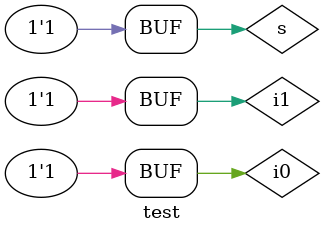
<source format=sv>
module test;
  
  reg i0,i1,s;
  wire y;
  
  mux21 dut(i0,i1,s,y);
  
initial begin
  i0=0 ;i1=0; s=0;
 #2 i0=0 ;i1=1; s=1;
 #2 i0=1 ;i1=0; s=0;
 #2 i0=1 ;i1=1; s=1;
  
  end
  
  initial begin
     $monitor("sim time =%0t, i0=%b, i1=%b, s=%b, y=%b",$time,i0,i1,s,y);
               end
             //print the waveform
             initial begin
               $dumpfile("dump.vcd");
               $dumpvars(0,i0,i1,s,y);
                         end
                         endmodule
               
</source>
